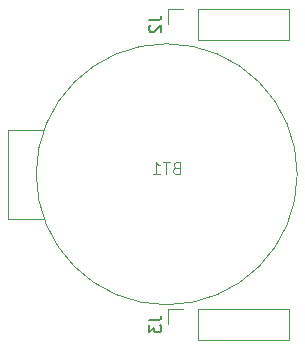
<source format=gbo>
%TF.GenerationSoftware,KiCad,Pcbnew,7.0.8*%
%TF.CreationDate,2023-11-06T17:53:39+01:00*%
%TF.ProjectId,EDice,45446963-652e-46b6-9963-61645f706362,rev?*%
%TF.SameCoordinates,Original*%
%TF.FileFunction,Legend,Bot*%
%TF.FilePolarity,Positive*%
%FSLAX46Y46*%
G04 Gerber Fmt 4.6, Leading zero omitted, Abs format (unit mm)*
G04 Created by KiCad (PCBNEW 7.0.8) date 2023-11-06 17:53:39*
%MOMM*%
%LPD*%
G01*
G04 APERTURE LIST*
%ADD10C,0.150000*%
%ADD11C,0.100000*%
%ADD12C,0.120000*%
G04 APERTURE END LIST*
D10*
X105624819Y-81966666D02*
X106339104Y-81966666D01*
X106339104Y-81966666D02*
X106481961Y-81919047D01*
X106481961Y-81919047D02*
X106577200Y-81823809D01*
X106577200Y-81823809D02*
X106624819Y-81680952D01*
X106624819Y-81680952D02*
X106624819Y-81585714D01*
X105720057Y-82395238D02*
X105672438Y-82442857D01*
X105672438Y-82442857D02*
X105624819Y-82538095D01*
X105624819Y-82538095D02*
X105624819Y-82776190D01*
X105624819Y-82776190D02*
X105672438Y-82871428D01*
X105672438Y-82871428D02*
X105720057Y-82919047D01*
X105720057Y-82919047D02*
X105815295Y-82966666D01*
X105815295Y-82966666D02*
X105910533Y-82966666D01*
X105910533Y-82966666D02*
X106053390Y-82919047D01*
X106053390Y-82919047D02*
X106624819Y-82347619D01*
X106624819Y-82347619D02*
X106624819Y-82966666D01*
X105624819Y-107366666D02*
X106339104Y-107366666D01*
X106339104Y-107366666D02*
X106481961Y-107319047D01*
X106481961Y-107319047D02*
X106577200Y-107223809D01*
X106577200Y-107223809D02*
X106624819Y-107080952D01*
X106624819Y-107080952D02*
X106624819Y-106985714D01*
X105624819Y-107747619D02*
X105624819Y-108366666D01*
X105624819Y-108366666D02*
X106005771Y-108033333D01*
X106005771Y-108033333D02*
X106005771Y-108176190D01*
X106005771Y-108176190D02*
X106053390Y-108271428D01*
X106053390Y-108271428D02*
X106101009Y-108319047D01*
X106101009Y-108319047D02*
X106196247Y-108366666D01*
X106196247Y-108366666D02*
X106434342Y-108366666D01*
X106434342Y-108366666D02*
X106529580Y-108319047D01*
X106529580Y-108319047D02*
X106577200Y-108271428D01*
X106577200Y-108271428D02*
X106624819Y-108176190D01*
X106624819Y-108176190D02*
X106624819Y-107890476D01*
X106624819Y-107890476D02*
X106577200Y-107795238D01*
X106577200Y-107795238D02*
X106529580Y-107747619D01*
D11*
X107885714Y-94433609D02*
X107742857Y-94481228D01*
X107742857Y-94481228D02*
X107695238Y-94528847D01*
X107695238Y-94528847D02*
X107647619Y-94624085D01*
X107647619Y-94624085D02*
X107647619Y-94766942D01*
X107647619Y-94766942D02*
X107695238Y-94862180D01*
X107695238Y-94862180D02*
X107742857Y-94909800D01*
X107742857Y-94909800D02*
X107838095Y-94957419D01*
X107838095Y-94957419D02*
X108219047Y-94957419D01*
X108219047Y-94957419D02*
X108219047Y-93957419D01*
X108219047Y-93957419D02*
X107885714Y-93957419D01*
X107885714Y-93957419D02*
X107790476Y-94005038D01*
X107790476Y-94005038D02*
X107742857Y-94052657D01*
X107742857Y-94052657D02*
X107695238Y-94147895D01*
X107695238Y-94147895D02*
X107695238Y-94243133D01*
X107695238Y-94243133D02*
X107742857Y-94338371D01*
X107742857Y-94338371D02*
X107790476Y-94385990D01*
X107790476Y-94385990D02*
X107885714Y-94433609D01*
X107885714Y-94433609D02*
X108219047Y-94433609D01*
X107361904Y-93957419D02*
X106790476Y-93957419D01*
X107076190Y-94957419D02*
X107076190Y-93957419D01*
X105933333Y-94957419D02*
X106504761Y-94957419D01*
X106219047Y-94957419D02*
X106219047Y-93957419D01*
X106219047Y-93957419D02*
X106314285Y-94100276D01*
X106314285Y-94100276D02*
X106409523Y-94195514D01*
X106409523Y-94195514D02*
X106504761Y-94243133D01*
D12*
%TO.C,J2*%
X109770000Y-83630000D02*
X117450000Y-83630000D01*
X107170000Y-80970000D02*
X107170000Y-82300000D01*
X108500000Y-80970000D02*
X107170000Y-80970000D01*
X109770000Y-80970000D02*
X109770000Y-83630000D01*
X109770000Y-80970000D02*
X117450000Y-80970000D01*
X117450000Y-80970000D02*
X117450000Y-83630000D01*
%TO.C,J3*%
X117450000Y-106370000D02*
X117450000Y-109030000D01*
X109770000Y-106370000D02*
X117450000Y-106370000D01*
X109770000Y-106370000D02*
X109770000Y-109030000D01*
X108500000Y-106370000D02*
X107170000Y-106370000D01*
X107170000Y-106370000D02*
X107170000Y-107700000D01*
X109770000Y-109030000D02*
X117450000Y-109030000D01*
D11*
%TO.C,BT1*%
X96700000Y-98750000D02*
X93650000Y-98750000D01*
X93650000Y-98750000D02*
X93650000Y-91250000D01*
X93650000Y-98750000D02*
X93650000Y-91250000D01*
X93650000Y-91250000D02*
X96700000Y-91250000D01*
X118150000Y-95000000D02*
G75*
G03*
X118150000Y-95000000I-11050000J0D01*
G01*
%TD*%
M02*

</source>
